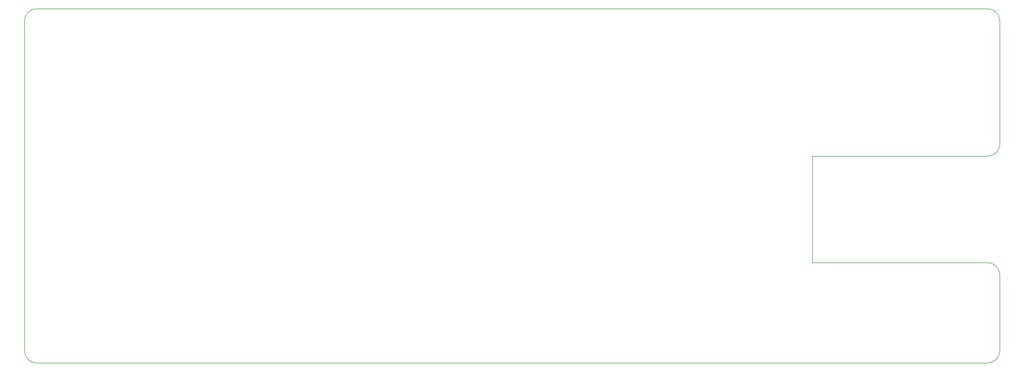
<source format=gbr>
%TF.GenerationSoftware,KiCad,Pcbnew,(6.0.7)*%
%TF.CreationDate,2022-08-24T09:29:56-04:00*%
%TF.ProjectId,BBB_16_Flex,4242425f-3136-45f4-966c-65782e6b6963,v2*%
%TF.SameCoordinates,Original*%
%TF.FileFunction,Profile,NP*%
%FSLAX46Y46*%
G04 Gerber Fmt 4.6, Leading zero omitted, Abs format (unit mm)*
G04 Created by KiCad (PCBNEW (6.0.7)) date 2022-08-24 09:29:56*
%MOMM*%
%LPD*%
G01*
G04 APERTURE LIST*
%TA.AperFunction,Profile*%
%ADD10C,0.050000*%
%TD*%
G04 APERTURE END LIST*
D10*
X246888000Y-71120000D02*
X88392000Y-71120000D01*
X248920000Y-93726000D02*
X248920000Y-73152000D01*
X248920000Y-128270000D02*
X248920000Y-115570000D01*
X86360000Y-128270000D02*
G75*
G03*
X88392000Y-130302000I2032000J0D01*
G01*
X246888000Y-130302000D02*
G75*
G03*
X248920000Y-128270000I0J2032000D01*
G01*
X248920000Y-115570000D02*
G75*
G03*
X246888000Y-113538000I-2032000J0D01*
G01*
X217678000Y-95758000D02*
X246888000Y-95758000D01*
X88392000Y-130302000D02*
X246888000Y-130302000D01*
X88392000Y-71120000D02*
G75*
G03*
X86360000Y-73152000I0J-2032000D01*
G01*
X217678000Y-113538000D02*
X217678000Y-95758000D01*
X246888000Y-113538000D02*
X217678000Y-113538000D01*
X86360000Y-73152000D02*
X86360000Y-128270000D01*
X246888000Y-95758000D02*
G75*
G03*
X248920000Y-93726000I0J2032000D01*
G01*
X248920000Y-73152000D02*
G75*
G03*
X246888000Y-71120000I-2032000J0D01*
G01*
M02*

</source>
